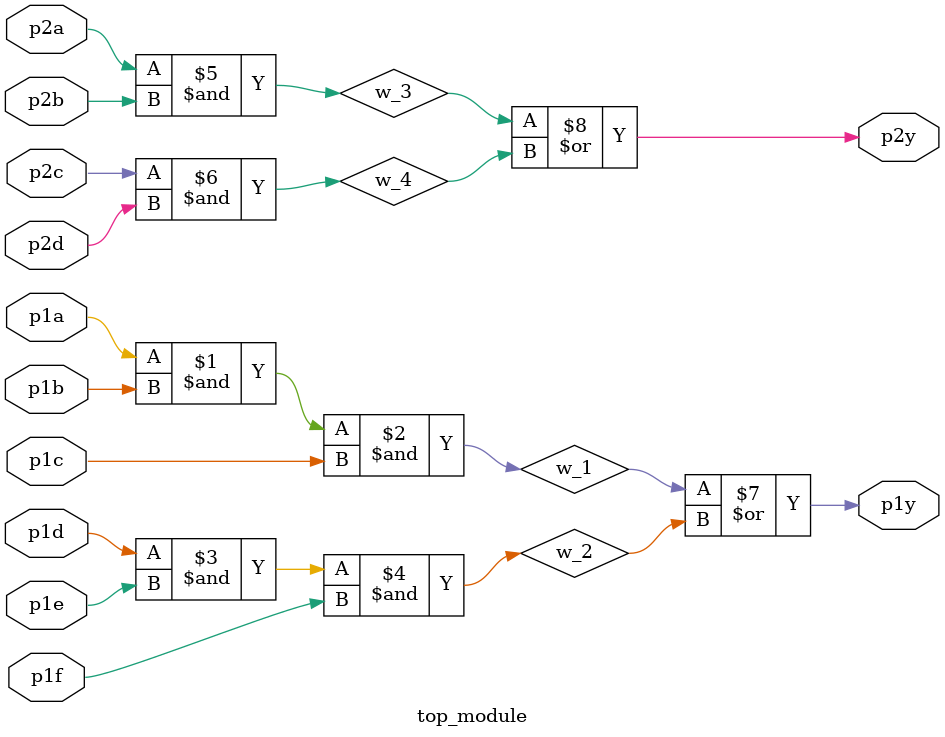
<source format=v>
module top_module ( 
    input p1a, p1b, p1c, p1d, p1e, p1f,
    output p1y,
    input p2a, p2b, p2c, p2d,
    output p2y );

    wire w_1, w_2, w_3, w_4;
	assign w_1 = p1a & p1b & p1c;
    assign w_2 = p1d & p1e & p1f;
    assign w_3 = p2a & p2b;
    assign w_4 = p2c & p2d;
    assign p1y = w_1 | w_2;
    assign p2y = w_3 | w_4;
endmodule

</source>
